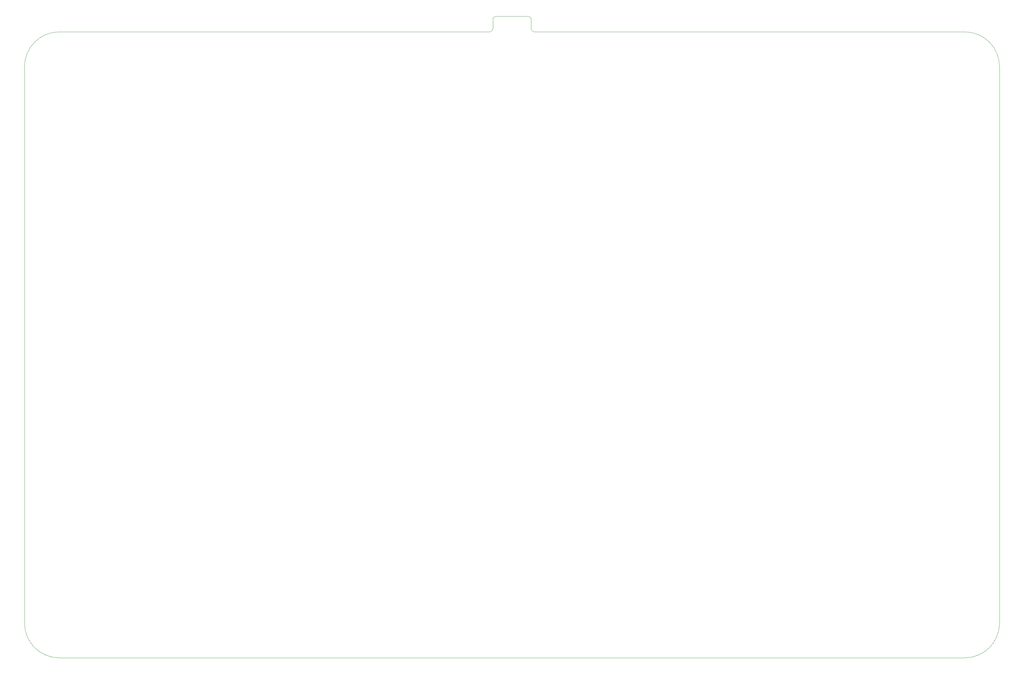
<source format=gbr>
%TF.GenerationSoftware,KiCad,Pcbnew,(7.0.0)*%
%TF.CreationDate,2024-07-28T23:05:56-04:00*%
%TF.ProjectId,ZBox3-0,5a426f78-332d-4302-9e6b-696361645f70,rev?*%
%TF.SameCoordinates,Original*%
%TF.FileFunction,Profile,NP*%
%FSLAX46Y46*%
G04 Gerber Fmt 4.6, Leading zero omitted, Abs format (unit mm)*
G04 Created by KiCad (PCBNEW (7.0.0)) date 2024-07-28 23:05:56*
%MOMM*%
%LPD*%
G01*
G04 APERTURE LIST*
%TA.AperFunction,Profile*%
%ADD10C,0.050000*%
%TD*%
G04 APERTURE END LIST*
D10*
X60000000Y-50000000D02*
X183500000Y-50000000D01*
X320000000Y-230000000D02*
G75*
G03*
X330000000Y-220000000I0J10000000D01*
G01*
X195500000Y-49000000D02*
G75*
G03*
X196500000Y-50000000I1000000J0D01*
G01*
X196500000Y-50000000D02*
X320000000Y-50000000D01*
X184500000Y-46500000D02*
X184500000Y-49000000D01*
X195500000Y-46500000D02*
X195500000Y-49000000D01*
X330000000Y-60000000D02*
X330000000Y-220000000D01*
X60000000Y-230000000D02*
X320000000Y-230000000D01*
X195500000Y-46500000D02*
G75*
G03*
X194500000Y-45500000I-1000000J0D01*
G01*
X185500000Y-45500000D02*
G75*
G03*
X184500000Y-46500000I0J-1000000D01*
G01*
X60000000Y-50000000D02*
G75*
G03*
X50000000Y-60000000I0J-10000000D01*
G01*
X50000000Y-220000000D02*
G75*
G03*
X60000000Y-230000000I10000000J0D01*
G01*
X50000000Y-60000000D02*
X50000000Y-220000000D01*
X330000000Y-60000000D02*
G75*
G03*
X320000000Y-50000000I-10000000J0D01*
G01*
X185500000Y-45500000D02*
X194500000Y-45500000D01*
X183500000Y-50000000D02*
G75*
G03*
X184500000Y-49000000I0J1000000D01*
G01*
M02*

</source>
